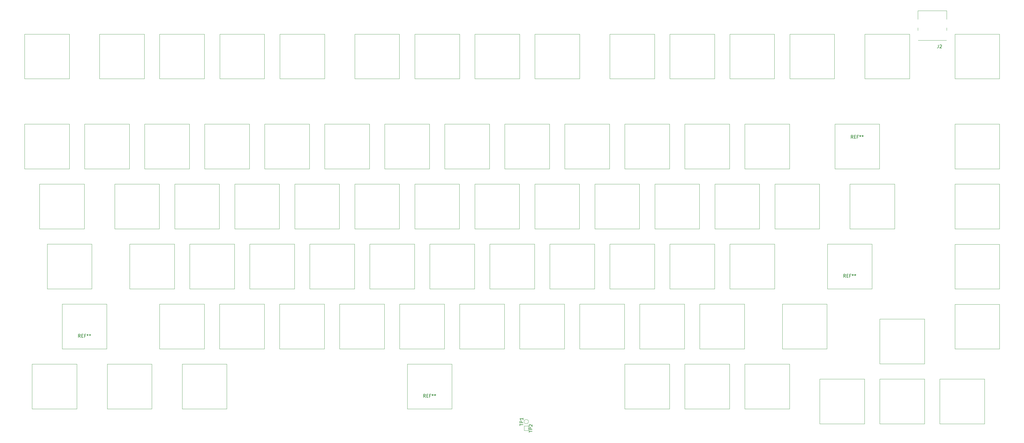
<source format=gbr>
%TF.GenerationSoftware,KiCad,Pcbnew,(6.0.0)*%
%TF.CreationDate,2022-01-14T20:24:59+07:00*%
%TF.ProjectId,fese75,66657365-3735-42e6-9b69-6361645f7063,rev?*%
%TF.SameCoordinates,Original*%
%TF.FileFunction,Legend,Top*%
%TF.FilePolarity,Positive*%
%FSLAX46Y46*%
G04 Gerber Fmt 4.6, Leading zero omitted, Abs format (unit mm)*
G04 Created by KiCad (PCBNEW (6.0.0)) date 2022-01-14 20:24:59*
%MOMM*%
%LPD*%
G01*
G04 APERTURE LIST*
%ADD10C,0.150000*%
%ADD11C,0.120000*%
G04 APERTURE END LIST*
D10*
%TO.C,TP1*%
X192604380Y-177561904D02*
X192604380Y-176990476D01*
X193604380Y-177276190D02*
X192604380Y-177276190D01*
X193604380Y-176657142D02*
X192604380Y-176657142D01*
X192604380Y-176276190D01*
X192652000Y-176180952D01*
X192699619Y-176133333D01*
X192794857Y-176085714D01*
X192937714Y-176085714D01*
X193032952Y-176133333D01*
X193080571Y-176180952D01*
X193128190Y-176276190D01*
X193128190Y-176657142D01*
X193604380Y-175133333D02*
X193604380Y-175704761D01*
X193604380Y-175419047D02*
X192604380Y-175419047D01*
X192747238Y-175514285D01*
X192842476Y-175609523D01*
X192890095Y-175704761D01*
%TO.C,J2*%
X325435416Y-56689880D02*
X325435416Y-57404166D01*
X325387797Y-57547023D01*
X325292559Y-57642261D01*
X325149702Y-57689880D01*
X325054464Y-57689880D01*
X325863988Y-56785119D02*
X325911607Y-56737500D01*
X326006845Y-56689880D01*
X326244940Y-56689880D01*
X326340178Y-56737500D01*
X326387797Y-56785119D01*
X326435416Y-56880357D01*
X326435416Y-56975595D01*
X326387797Y-57118452D01*
X325816369Y-57689880D01*
X326435416Y-57689880D01*
%TO.C,REF\u002A\u002A*%
X298297916Y-86396130D02*
X297964583Y-85919940D01*
X297726488Y-86396130D02*
X297726488Y-85396130D01*
X298107440Y-85396130D01*
X298202678Y-85443750D01*
X298250297Y-85491369D01*
X298297916Y-85586607D01*
X298297916Y-85729464D01*
X298250297Y-85824702D01*
X298202678Y-85872321D01*
X298107440Y-85919940D01*
X297726488Y-85919940D01*
X298726488Y-85872321D02*
X299059821Y-85872321D01*
X299202678Y-86396130D02*
X298726488Y-86396130D01*
X298726488Y-85396130D01*
X299202678Y-85396130D01*
X299964583Y-85872321D02*
X299631250Y-85872321D01*
X299631250Y-86396130D02*
X299631250Y-85396130D01*
X300107440Y-85396130D01*
X300631250Y-85396130D02*
X300631250Y-85634226D01*
X300393154Y-85538988D02*
X300631250Y-85634226D01*
X300869345Y-85538988D01*
X300488392Y-85824702D02*
X300631250Y-85634226D01*
X300774107Y-85824702D01*
X301393154Y-85396130D02*
X301393154Y-85634226D01*
X301155059Y-85538988D02*
X301393154Y-85634226D01*
X301631250Y-85538988D01*
X301250297Y-85824702D02*
X301393154Y-85634226D01*
X301536011Y-85824702D01*
X53029166Y-149546130D02*
X52695833Y-149069940D01*
X52457738Y-149546130D02*
X52457738Y-148546130D01*
X52838690Y-148546130D01*
X52933928Y-148593750D01*
X52981547Y-148641369D01*
X53029166Y-148736607D01*
X53029166Y-148879464D01*
X52981547Y-148974702D01*
X52933928Y-149022321D01*
X52838690Y-149069940D01*
X52457738Y-149069940D01*
X53457738Y-149022321D02*
X53791071Y-149022321D01*
X53933928Y-149546130D02*
X53457738Y-149546130D01*
X53457738Y-148546130D01*
X53933928Y-148546130D01*
X54695833Y-149022321D02*
X54362500Y-149022321D01*
X54362500Y-149546130D02*
X54362500Y-148546130D01*
X54838690Y-148546130D01*
X55362500Y-148546130D02*
X55362500Y-148784226D01*
X55124404Y-148688988D02*
X55362500Y-148784226D01*
X55600595Y-148688988D01*
X55219642Y-148974702D02*
X55362500Y-148784226D01*
X55505357Y-148974702D01*
X56124404Y-148546130D02*
X56124404Y-148784226D01*
X55886309Y-148688988D02*
X56124404Y-148784226D01*
X56362500Y-148688988D01*
X55981547Y-148974702D02*
X56124404Y-148784226D01*
X56267261Y-148974702D01*
X295916666Y-130496130D02*
X295583333Y-130019940D01*
X295345238Y-130496130D02*
X295345238Y-129496130D01*
X295726190Y-129496130D01*
X295821428Y-129543750D01*
X295869047Y-129591369D01*
X295916666Y-129686607D01*
X295916666Y-129829464D01*
X295869047Y-129924702D01*
X295821428Y-129972321D01*
X295726190Y-130019940D01*
X295345238Y-130019940D01*
X296345238Y-129972321D02*
X296678571Y-129972321D01*
X296821428Y-130496130D02*
X296345238Y-130496130D01*
X296345238Y-129496130D01*
X296821428Y-129496130D01*
X297583333Y-129972321D02*
X297250000Y-129972321D01*
X297250000Y-130496130D02*
X297250000Y-129496130D01*
X297726190Y-129496130D01*
X298250000Y-129496130D02*
X298250000Y-129734226D01*
X298011904Y-129638988D02*
X298250000Y-129734226D01*
X298488095Y-129638988D01*
X298107142Y-129924702D02*
X298250000Y-129734226D01*
X298392857Y-129924702D01*
X299011904Y-129496130D02*
X299011904Y-129734226D01*
X298773809Y-129638988D02*
X299011904Y-129734226D01*
X299250000Y-129638988D01*
X298869047Y-129924702D02*
X299011904Y-129734226D01*
X299154761Y-129924702D01*
%TO.C,TP2*%
X195500380Y-179661904D02*
X195500380Y-179090476D01*
X196500380Y-179376190D02*
X195500380Y-179376190D01*
X196500380Y-178757142D02*
X195500380Y-178757142D01*
X195500380Y-178376190D01*
X195548000Y-178280952D01*
X195595619Y-178233333D01*
X195690857Y-178185714D01*
X195833714Y-178185714D01*
X195928952Y-178233333D01*
X195976571Y-178280952D01*
X196024190Y-178376190D01*
X196024190Y-178757142D01*
X195595619Y-177804761D02*
X195548000Y-177757142D01*
X195500380Y-177661904D01*
X195500380Y-177423809D01*
X195548000Y-177328571D01*
X195595619Y-177280952D01*
X195690857Y-177233333D01*
X195786095Y-177233333D01*
X195928952Y-177280952D01*
X196500380Y-177852380D01*
X196500380Y-177233333D01*
%TO.C,REF\u002A\u002A*%
X162566666Y-168596130D02*
X162233333Y-168119940D01*
X161995238Y-168596130D02*
X161995238Y-167596130D01*
X162376190Y-167596130D01*
X162471428Y-167643750D01*
X162519047Y-167691369D01*
X162566666Y-167786607D01*
X162566666Y-167929464D01*
X162519047Y-168024702D01*
X162471428Y-168072321D01*
X162376190Y-168119940D01*
X161995238Y-168119940D01*
X162995238Y-168072321D02*
X163328571Y-168072321D01*
X163471428Y-168596130D02*
X162995238Y-168596130D01*
X162995238Y-167596130D01*
X163471428Y-167596130D01*
X164233333Y-168072321D02*
X163900000Y-168072321D01*
X163900000Y-168596130D02*
X163900000Y-167596130D01*
X164376190Y-167596130D01*
X164900000Y-167596130D02*
X164900000Y-167834226D01*
X164661904Y-167738988D02*
X164900000Y-167834226D01*
X165138095Y-167738988D01*
X164757142Y-168024702D02*
X164900000Y-167834226D01*
X165042857Y-168024702D01*
X165661904Y-167596130D02*
X165661904Y-167834226D01*
X165423809Y-167738988D02*
X165661904Y-167834226D01*
X165900000Y-167738988D01*
X165519047Y-168024702D02*
X165661904Y-167834226D01*
X165804761Y-168024702D01*
D11*
%TO.C,R1*%
X135281250Y-100893750D02*
X121081250Y-100893750D01*
X121081250Y-100893750D02*
X121081250Y-115093750D01*
X135281250Y-115093750D02*
X135281250Y-100893750D01*
X121081250Y-115093750D02*
X135281250Y-115093750D01*
%TO.C,H1*%
X178143750Y-134143750D02*
X178143750Y-119943750D01*
X178143750Y-119943750D02*
X163943750Y-119943750D01*
X163943750Y-119943750D02*
X163943750Y-134143750D01*
X163943750Y-134143750D02*
X178143750Y-134143750D01*
%TO.C,/1*%
X263868750Y-138993750D02*
X249668750Y-138993750D01*
X249668750Y-138993750D02*
X249668750Y-153193750D01*
X249668750Y-153193750D02*
X263868750Y-153193750D01*
X263868750Y-153193750D02*
X263868750Y-138993750D01*
%TO.C,[1*%
X254431250Y-100893750D02*
X254431250Y-115093750D01*
X268631250Y-100893750D02*
X254431250Y-100893750D01*
X254431250Y-115093750D02*
X268631250Y-115093750D01*
X268631250Y-115093750D02*
X268631250Y-100893750D01*
%TO.C,MX8*%
X187756250Y-81843750D02*
X187756250Y-96043750D01*
X201956250Y-81843750D02*
X187756250Y-81843750D01*
X187756250Y-96043750D02*
X201956250Y-96043750D01*
X201956250Y-96043750D02*
X201956250Y-81843750D01*
%TO.C,UP1*%
X321018750Y-157956250D02*
X321018750Y-143756250D01*
X306818750Y-157956250D02*
X321018750Y-157956250D01*
X321018750Y-143756250D02*
X306818750Y-143756250D01*
X306818750Y-143756250D02*
X306818750Y-157956250D01*
%TO.C,F7*%
X178274106Y-53268750D02*
X178274106Y-67468750D01*
X178274106Y-67468750D02*
X192474106Y-67468750D01*
X192474106Y-53268750D02*
X178274106Y-53268750D01*
X192474106Y-67468750D02*
X192474106Y-53268750D01*
%TO.C,WIN1*%
X75750000Y-172243750D02*
X75750000Y-158043750D01*
X61550000Y-158043750D02*
X61550000Y-172243750D01*
X75750000Y-158043750D02*
X61550000Y-158043750D01*
X61550000Y-172243750D02*
X75750000Y-172243750D01*
%TO.C,MX6*%
X149656250Y-81843750D02*
X149656250Y-96043750D01*
X163856250Y-81843750D02*
X149656250Y-81843750D01*
X149656250Y-96043750D02*
X163856250Y-96043750D01*
X163856250Y-96043750D02*
X163856250Y-81843750D01*
%TO.C,TAB1*%
X54318750Y-115093750D02*
X54318750Y-100893750D01*
X40118750Y-115093750D02*
X54318750Y-115093750D01*
X54318750Y-100893750D02*
X40118750Y-100893750D01*
X40118750Y-100893750D02*
X40118750Y-115093750D01*
%TO.C,MX7*%
X182906250Y-81843750D02*
X168706250Y-81843750D01*
X182906250Y-96043750D02*
X182906250Y-81843750D01*
X168706250Y-96043750D02*
X182906250Y-96043750D01*
X168706250Y-81843750D02*
X168706250Y-96043750D01*
%TO.C,MX5*%
X130606250Y-81843750D02*
X130606250Y-96043750D01*
X144806250Y-81843750D02*
X130606250Y-81843750D01*
X144806250Y-96043750D02*
X144806250Y-81843750D01*
X130606250Y-96043750D02*
X144806250Y-96043750D01*
%TO.C,Q1*%
X78131250Y-115093750D02*
X78131250Y-100893750D01*
X63931250Y-115093750D02*
X78131250Y-115093750D01*
X63931250Y-100893750D02*
X63931250Y-115093750D01*
X78131250Y-100893750D02*
X63931250Y-100893750D01*
%TO.C,BACK1*%
X306731250Y-81843750D02*
X292531250Y-81843750D01*
X292531250Y-81843750D02*
X292531250Y-96043750D01*
X292531250Y-96043750D02*
X306731250Y-96043750D01*
X306731250Y-96043750D02*
X306731250Y-81843750D01*
%TO.C,E1*%
X116231250Y-100893750D02*
X102031250Y-100893750D01*
X116231250Y-115093750D02*
X116231250Y-100893750D01*
X102031250Y-100893750D02*
X102031250Y-115093750D01*
X102031250Y-115093750D02*
X116231250Y-115093750D01*
%TO.C,;1*%
X254343750Y-134143750D02*
X254343750Y-119943750D01*
X254343750Y-119943750D02*
X240143750Y-119943750D01*
X240143750Y-134143750D02*
X254343750Y-134143750D01*
X240143750Y-119943750D02*
X240143750Y-134143750D01*
%TO.C,\u002C1*%
X225768750Y-138993750D02*
X211568750Y-138993750D01*
X225768750Y-153193750D02*
X225768750Y-138993750D01*
X211568750Y-153193750D02*
X225768750Y-153193750D01*
X211568750Y-138993750D02*
X211568750Y-153193750D01*
%TO.C,P1*%
X249581250Y-115093750D02*
X249581250Y-100893750D01*
X235381250Y-100893750D02*
X235381250Y-115093750D01*
X249581250Y-100893750D02*
X235381250Y-100893750D01*
X235381250Y-115093750D02*
X249581250Y-115093750D01*
%TO.C,ALT2*%
X225856250Y-172243750D02*
X240056250Y-172243750D01*
X240056250Y-172243750D02*
X240056250Y-158043750D01*
X225856250Y-158043750D02*
X225856250Y-172243750D01*
X240056250Y-158043750D02*
X225856250Y-158043750D01*
%TO.C,X1*%
X111468750Y-138993750D02*
X97268750Y-138993750D01*
X111468750Y-153193750D02*
X111468750Y-138993750D01*
X97268750Y-153193750D02*
X111468750Y-153193750D01*
X97268750Y-138993750D02*
X97268750Y-153193750D01*
%TO.C,ENTER1*%
X290150000Y-134143750D02*
X304350000Y-134143750D01*
X290150000Y-119943750D02*
X290150000Y-134143750D01*
X304350000Y-134143750D02*
X304350000Y-119943750D01*
X304350000Y-119943750D02*
X290150000Y-119943750D01*
%TO.C,TP1*%
X195300000Y-176300000D02*
G75*
G03*
X195300000Y-176300000I-700000J0D01*
G01*
%TO.C,OPT3*%
X330631250Y-100906250D02*
X330631250Y-115106250D01*
X344831250Y-115106250D02*
X344831250Y-100906250D01*
X330631250Y-115106250D02*
X344831250Y-115106250D01*
X344831250Y-100906250D02*
X330631250Y-100906250D01*
%TO.C,F5*%
X140131250Y-53268750D02*
X140131250Y-67468750D01*
X140131250Y-67468750D02*
X154331250Y-67468750D01*
X154331250Y-67468750D02*
X154331250Y-53268750D01*
X154331250Y-53268750D02*
X140131250Y-53268750D01*
%TO.C,F9*%
X235305656Y-67468750D02*
X235305656Y-53268750D01*
X221105656Y-67468750D02*
X235305656Y-67468750D01*
X235305656Y-53268750D02*
X221105656Y-53268750D01*
X221105656Y-53268750D02*
X221105656Y-67468750D01*
%TO.C,OPT2*%
X344831250Y-96043750D02*
X344831250Y-81843750D01*
X330631250Y-81843750D02*
X330631250Y-96043750D01*
X330631250Y-96043750D02*
X344831250Y-96043750D01*
X344831250Y-81843750D02*
X330631250Y-81843750D01*
%TO.C,ALT1*%
X85362500Y-158043750D02*
X85362500Y-172243750D01*
X99562500Y-158043750D02*
X85362500Y-158043750D01*
X99562500Y-172243750D02*
X99562500Y-158043750D01*
X85362500Y-172243750D02*
X99562500Y-172243750D01*
%TO.C,`~1*%
X35356250Y-81843750D02*
X35356250Y-96043750D01*
X49556250Y-96043750D02*
X49556250Y-81843750D01*
X35356250Y-96043750D02*
X49556250Y-96043750D01*
X49556250Y-81843750D02*
X35356250Y-81843750D01*
%TO.C,J1*%
X197193750Y-119943750D02*
X182993750Y-119943750D01*
X197193750Y-134143750D02*
X197193750Y-119943750D01*
X182993750Y-119943750D02*
X182993750Y-134143750D01*
X182993750Y-134143750D02*
X197193750Y-134143750D01*
%TO.C,O1*%
X230531250Y-115093750D02*
X230531250Y-100893750D01*
X216331250Y-100893750D02*
X216331250Y-115093750D01*
X216331250Y-115093750D02*
X230531250Y-115093750D01*
X230531250Y-100893750D02*
X216331250Y-100893750D01*
%TO.C,F13*%
X140043750Y-134143750D02*
X140043750Y-119943750D01*
X125843750Y-134143750D02*
X140043750Y-134143750D01*
X125843750Y-119943750D02*
X125843750Y-134143750D01*
X140043750Y-119943750D02*
X125843750Y-119943750D01*
%TO.C,L1*%
X221093750Y-119943750D02*
X221093750Y-134143750D01*
X221093750Y-134143750D02*
X235293750Y-134143750D01*
X235293750Y-119943750D02*
X221093750Y-119943750D01*
X235293750Y-134143750D02*
X235293750Y-119943750D01*
%TO.C,B1*%
X168618750Y-138993750D02*
X154418750Y-138993750D01*
X168618750Y-153193750D02*
X168618750Y-138993750D01*
X154418750Y-153193750D02*
X168618750Y-153193750D01*
X154418750Y-138993750D02*
X154418750Y-153193750D01*
%TO.C,J2*%
X328063750Y-48537500D02*
X328063750Y-45807500D01*
X318873750Y-52137500D02*
X318873750Y-51237500D01*
X318873750Y-48537500D02*
X318873750Y-45807500D01*
X328063750Y-52137500D02*
X328063750Y-51237500D01*
X328063750Y-45807500D02*
X318873750Y-45807500D01*
X327943750Y-55217500D02*
X318993750Y-55217500D01*
%TO.C,MX9*%
X206806250Y-81843750D02*
X206806250Y-96043750D01*
X221006250Y-96043750D02*
X221006250Y-81843750D01*
X206806250Y-96043750D02*
X221006250Y-96043750D01*
X221006250Y-81843750D02*
X206806250Y-81843750D01*
%TO.C,SPACE1*%
X171000000Y-158043750D02*
X156800000Y-158043750D01*
X156800000Y-158043750D02*
X156800000Y-172243750D01*
X156800000Y-172243750D02*
X171000000Y-172243750D01*
X171000000Y-172243750D02*
X171000000Y-158043750D01*
%TO.C,F1*%
X59168750Y-67468750D02*
X73368750Y-67468750D01*
X73368750Y-67468750D02*
X73368750Y-53268750D01*
X59168750Y-53268750D02*
X59168750Y-67468750D01*
X73368750Y-53268750D02*
X59168750Y-53268750D01*
%TO.C,DEL1*%
X316256250Y-53268750D02*
X302056250Y-53268750D01*
X302056250Y-53268750D02*
X302056250Y-67468750D01*
X302056250Y-67468750D02*
X316256250Y-67468750D01*
X316256250Y-67468750D02*
X316256250Y-53268750D01*
%TO.C,D46*%
X106793750Y-134143750D02*
X120993750Y-134143750D01*
X106793750Y-119943750D02*
X106793750Y-134143750D01*
X120993750Y-134143750D02*
X120993750Y-119943750D01*
X120993750Y-119943750D02*
X106793750Y-119943750D01*
%TO.C,U1*%
X192431250Y-115093750D02*
X192431250Y-100893750D01*
X178231250Y-100893750D02*
X178231250Y-115093750D01*
X192431250Y-100893750D02*
X178231250Y-100893750D01*
X178231250Y-115093750D02*
X192431250Y-115093750D01*
%TO.C,V1*%
X149568750Y-153193750D02*
X149568750Y-138993750D01*
X135368750Y-153193750D02*
X149568750Y-153193750D01*
X135368750Y-138993750D02*
X135368750Y-153193750D01*
X149568750Y-138993750D02*
X135368750Y-138993750D01*
%TO.C,G1*%
X144893750Y-119943750D02*
X144893750Y-134143750D01*
X159093750Y-134143750D02*
X159093750Y-119943750D01*
X159093750Y-119943750D02*
X144893750Y-119943750D01*
X144893750Y-134143750D02*
X159093750Y-134143750D01*
%TO.C,Z1*%
X78218750Y-138993750D02*
X78218750Y-153193750D01*
X92418750Y-138993750D02*
X78218750Y-138993750D01*
X92418750Y-153193750D02*
X92418750Y-138993750D01*
X78218750Y-153193750D02*
X92418750Y-153193750D01*
%TO.C,'1*%
X273393750Y-119943750D02*
X259193750Y-119943750D01*
X273393750Y-134143750D02*
X273393750Y-119943750D01*
X259193750Y-134143750D02*
X273393750Y-134143750D01*
X259193750Y-119943750D02*
X259193750Y-134143750D01*
%TO.C,CTL1*%
X278156250Y-158043750D02*
X263956250Y-158043750D01*
X263956250Y-172243750D02*
X278156250Y-172243750D01*
X278156250Y-172243750D02*
X278156250Y-158043750D01*
X263956250Y-158043750D02*
X263956250Y-172243750D01*
%TO.C,Y1*%
X159181250Y-100893750D02*
X159181250Y-115093750D01*
X173381250Y-100893750D02*
X159181250Y-100893750D01*
X173381250Y-115093750D02*
X173381250Y-100893750D01*
X159181250Y-115093750D02*
X173381250Y-115093750D01*
%TO.C,W1*%
X97181250Y-100893750D02*
X82981250Y-100893750D01*
X82981250Y-100893750D02*
X82981250Y-115093750D01*
X82981250Y-115093750D02*
X97181250Y-115093750D01*
X97181250Y-115093750D02*
X97181250Y-100893750D01*
%TO.C,F3*%
X97286309Y-53268750D02*
X97286309Y-67468750D01*
X111486309Y-53268750D02*
X97286309Y-53268750D01*
X111486309Y-67468750D02*
X111486309Y-53268750D01*
X97286309Y-67468750D02*
X111486309Y-67468750D01*
%TO.C,LEFT1*%
X301950000Y-162787500D02*
X287750000Y-162787500D01*
X287750000Y-162787500D02*
X287750000Y-176987500D01*
X287750000Y-176987500D02*
X301950000Y-176987500D01*
X301950000Y-176987500D02*
X301950000Y-162787500D01*
%TO.C,C1*%
X130518750Y-153193750D02*
X130518750Y-138993750D01*
X116318750Y-153193750D02*
X130518750Y-153193750D01*
X130518750Y-138993750D02*
X116318750Y-138993750D01*
X116318750Y-138993750D02*
X116318750Y-153193750D01*
%TO.C,F8*%
X211545534Y-67468750D02*
X211545534Y-53268750D01*
X197345534Y-67468750D02*
X211545534Y-67468750D01*
X197345534Y-53268750D02*
X197345534Y-67468750D01*
X211545534Y-53268750D02*
X197345534Y-53268750D01*
%TO.C,]1*%
X273481250Y-115093750D02*
X287681250Y-115093750D01*
X287681250Y-115093750D02*
X287681250Y-100893750D01*
X287681250Y-100893750D02*
X273481250Y-100893750D01*
X273481250Y-100893750D02*
X273481250Y-115093750D01*
%TO.C,K1*%
X202043750Y-119943750D02*
X202043750Y-134143750D01*
X202043750Y-134143750D02*
X216243750Y-134143750D01*
X216243750Y-119943750D02*
X202043750Y-119943750D01*
X216243750Y-134143750D02*
X216243750Y-119943750D01*
%TO.C,F4*%
X116353868Y-67468750D02*
X130553868Y-67468750D01*
X116353868Y-53268750D02*
X116353868Y-67468750D01*
X130553868Y-53268750D02*
X116353868Y-53268750D01*
X130553868Y-67468750D02*
X130553868Y-53268750D01*
%TO.C,DOWN1*%
X306818750Y-177006250D02*
X321018750Y-177006250D01*
X306818750Y-162806250D02*
X306818750Y-177006250D01*
X321018750Y-162806250D02*
X306818750Y-162806250D01*
X321018750Y-177006250D02*
X321018750Y-162806250D01*
%TO.C,OPT5*%
X330631250Y-139031250D02*
X330631250Y-153231250D01*
X344831250Y-139031250D02*
X330631250Y-139031250D01*
X330631250Y-153231250D02*
X344831250Y-153231250D01*
X344831250Y-153231250D02*
X344831250Y-139031250D01*
%TO.C,FN1*%
X259106250Y-158043750D02*
X244906250Y-158043750D01*
X244906250Y-158043750D02*
X244906250Y-172243750D01*
X244906250Y-172243750D02*
X259106250Y-172243750D01*
X259106250Y-172243750D02*
X259106250Y-158043750D01*
%TO.C,F12*%
X292419938Y-67468750D02*
X292419938Y-53268750D01*
X292419938Y-53268750D02*
X278219938Y-53268750D01*
X278219938Y-67468750D02*
X292419938Y-67468750D01*
X278219938Y-53268750D02*
X278219938Y-67468750D01*
%TO.C,R_SHIFT1*%
X275862500Y-138993750D02*
X275862500Y-153193750D01*
X290062500Y-153193750D02*
X290062500Y-138993750D01*
X290062500Y-138993750D02*
X275862500Y-138993750D01*
X275862500Y-153193750D02*
X290062500Y-153193750D01*
%TO.C,esc1*%
X35356250Y-67468750D02*
X49556250Y-67468750D01*
X49556250Y-67468750D02*
X49556250Y-53268750D01*
X35356250Y-53268750D02*
X35356250Y-67468750D01*
X49556250Y-53268750D02*
X35356250Y-53268750D01*
%TO.C,\u005C1*%
X297293750Y-115093750D02*
X311493750Y-115093750D01*
X311493750Y-115093750D02*
X311493750Y-100893750D01*
X311493750Y-100893750D02*
X297293750Y-100893750D01*
X297293750Y-100893750D02*
X297293750Y-115093750D01*
%TO.C,OPT4*%
X330631250Y-134168750D02*
X344831250Y-134168750D01*
X344831250Y-119968750D02*
X330631250Y-119968750D01*
X344831250Y-134168750D02*
X344831250Y-119968750D01*
X330631250Y-119968750D02*
X330631250Y-134168750D01*
%TO.C,F11*%
X259181844Y-53268750D02*
X259181844Y-67468750D01*
X273381844Y-53268750D02*
X259181844Y-53268750D01*
X259181844Y-67468750D02*
X273381844Y-67468750D01*
X273381844Y-67468750D02*
X273381844Y-53268750D01*
%TO.C,A1*%
X82893750Y-134143750D02*
X82893750Y-119943750D01*
X82893750Y-119943750D02*
X68693750Y-119943750D01*
X68693750Y-134143750D02*
X82893750Y-134143750D01*
X68693750Y-119943750D02*
X68693750Y-134143750D01*
%TO.C,MX3*%
X92506250Y-96043750D02*
X106706250Y-96043750D01*
X92506250Y-81843750D02*
X92506250Y-96043750D01*
X106706250Y-96043750D02*
X106706250Y-81843750D01*
X106706250Y-81843750D02*
X92506250Y-81843750D01*
%TO.C,MX4*%
X125756250Y-96043750D02*
X125756250Y-81843750D01*
X125756250Y-81843750D02*
X111556250Y-81843750D01*
X111556250Y-96043750D02*
X125756250Y-96043750D01*
X111556250Y-81843750D02*
X111556250Y-96043750D01*
%TO.C,MX2*%
X87656250Y-96043750D02*
X87656250Y-81843750D01*
X87656250Y-81843750D02*
X73456250Y-81843750D01*
X73456250Y-81843750D02*
X73456250Y-96043750D01*
X73456250Y-96043750D02*
X87656250Y-96043750D01*
%TO.C,I1*%
X211481250Y-100893750D02*
X197281250Y-100893750D01*
X197281250Y-100893750D02*
X197281250Y-115093750D01*
X197281250Y-115093750D02*
X211481250Y-115093750D01*
X211481250Y-115093750D02*
X211481250Y-100893750D01*
%TO.C,MX1*%
X68606250Y-96043750D02*
X68606250Y-81843750D01*
X54406250Y-96043750D02*
X68606250Y-96043750D01*
X54406250Y-81843750D02*
X54406250Y-96043750D01*
X68606250Y-81843750D02*
X54406250Y-81843750D01*
%TO.C,.1*%
X230618750Y-138993750D02*
X230618750Y-153193750D01*
X230618750Y-153193750D02*
X244818750Y-153193750D01*
X244818750Y-153193750D02*
X244818750Y-138993750D01*
X244818750Y-138993750D02*
X230618750Y-138993750D01*
%TO.C,F6*%
X173402678Y-67468750D02*
X173402678Y-53268750D01*
X173402678Y-53268750D02*
X159202678Y-53268750D01*
X159202678Y-53268750D02*
X159202678Y-67468750D01*
X159202678Y-67468750D02*
X173402678Y-67468750D01*
%TO.C,CAPS1*%
X56700000Y-119943750D02*
X42500000Y-119943750D01*
X56700000Y-134143750D02*
X56700000Y-119943750D01*
X42500000Y-119943750D02*
X42500000Y-134143750D01*
X42500000Y-134143750D02*
X56700000Y-134143750D01*
%TO.C,RIGHT1*%
X325868750Y-177006250D02*
X340068750Y-177006250D01*
X340068750Y-177006250D02*
X340068750Y-162806250D01*
X325868750Y-162806250D02*
X325868750Y-177006250D01*
X340068750Y-162806250D02*
X325868750Y-162806250D01*
%TO.C,L_SHIFT1*%
X47262500Y-153193750D02*
X61462500Y-153193750D01*
X61462500Y-138993750D02*
X47262500Y-138993750D01*
X47262500Y-138993750D02*
X47262500Y-153193750D01*
X61462500Y-153193750D02*
X61462500Y-138993750D01*
%TO.C,F10*%
X240143750Y-67468750D02*
X254343750Y-67468750D01*
X240143750Y-53268750D02*
X240143750Y-67468750D01*
X254343750Y-53268750D02*
X240143750Y-53268750D01*
X254343750Y-67468750D02*
X254343750Y-53268750D01*
%TO.C,M1*%
X206718750Y-138993750D02*
X192518750Y-138993750D01*
X206718750Y-153193750D02*
X206718750Y-138993750D01*
X192518750Y-138993750D02*
X192518750Y-153193750D01*
X192518750Y-153193750D02*
X206718750Y-153193750D01*
%TO.C,+1*%
X278156250Y-81843750D02*
X263956250Y-81843750D01*
X278156250Y-96043750D02*
X278156250Y-81843750D01*
X263956250Y-81843750D02*
X263956250Y-96043750D01*
X263956250Y-96043750D02*
X278156250Y-96043750D01*
%TO.C,TP2*%
X195300000Y-179100000D02*
X193900000Y-179100000D01*
X193900000Y-177700000D02*
X195300000Y-177700000D01*
X195300000Y-177700000D02*
X195300000Y-179100000D01*
X193900000Y-179100000D02*
X193900000Y-177700000D01*
%TO.C,F2*%
X78218750Y-67468750D02*
X92418750Y-67468750D01*
X92418750Y-53268750D02*
X78218750Y-53268750D01*
X78218750Y-53268750D02*
X78218750Y-67468750D01*
X92418750Y-67468750D02*
X92418750Y-53268750D01*
%TO.C,N1*%
X187668750Y-153193750D02*
X187668750Y-138993750D01*
X173468750Y-138993750D02*
X173468750Y-153193750D01*
X187668750Y-138993750D02*
X173468750Y-138993750D01*
X173468750Y-153193750D02*
X187668750Y-153193750D01*
%TO.C,MX10*%
X240056250Y-81843750D02*
X225856250Y-81843750D01*
X225856250Y-96043750D02*
X240056250Y-96043750D01*
X240056250Y-96043750D02*
X240056250Y-81843750D01*
X225856250Y-81843750D02*
X225856250Y-96043750D01*
%TO.C,-1*%
X244906250Y-96043750D02*
X259106250Y-96043750D01*
X244906250Y-81843750D02*
X244906250Y-96043750D01*
X259106250Y-81843750D02*
X244906250Y-81843750D01*
X259106250Y-96043750D02*
X259106250Y-81843750D01*
%TO.C,CLT1*%
X37737500Y-158043750D02*
X37737500Y-172243750D01*
X37737500Y-172243750D02*
X51937500Y-172243750D01*
X51937500Y-172243750D02*
X51937500Y-158043750D01*
X51937500Y-158043750D02*
X37737500Y-158043750D01*
%TO.C,S1*%
X87743750Y-119943750D02*
X87743750Y-134143750D01*
X101943750Y-119943750D02*
X87743750Y-119943750D01*
X87743750Y-134143750D02*
X101943750Y-134143750D01*
X101943750Y-134143750D02*
X101943750Y-119943750D01*
%TO.C,T1*%
X140131250Y-115093750D02*
X154331250Y-115093750D01*
X140131250Y-100893750D02*
X140131250Y-115093750D01*
X154331250Y-100893750D02*
X140131250Y-100893750D01*
X154331250Y-115093750D02*
X154331250Y-100893750D01*
%TO.C,OPT1*%
X330631250Y-53268750D02*
X330631250Y-67468750D01*
X330631250Y-67468750D02*
X344831250Y-67468750D01*
X344831250Y-53268750D02*
X330631250Y-53268750D01*
X344831250Y-67468750D02*
X344831250Y-53268750D01*
%TD*%
M02*

</source>
